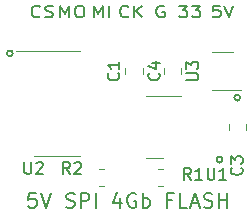
<source format=gto>
G04 #@! TF.GenerationSoftware,KiCad,Pcbnew,(5.1.9-0-10_14)*
G04 #@! TF.CreationDate,2023-06-12T04:28:03-04:00*
G04 #@! TF.ProjectId,LiBCM-Daughterboard,4c694243-4d2d-4446-9175-676874657262,A*
G04 #@! TF.SameCoordinates,Original*
G04 #@! TF.FileFunction,Legend,Top*
G04 #@! TF.FilePolarity,Positive*
%FSLAX46Y46*%
G04 Gerber Fmt 4.6, Leading zero omitted, Abs format (unit mm)*
G04 Created by KiCad (PCBNEW (5.1.9-0-10_14)) date 2023-06-12 04:28:03*
%MOMM*%
%LPD*%
G01*
G04 APERTURE LIST*
%ADD10C,0.200000*%
%ADD11C,0.150000*%
%ADD12C,0.120000*%
%ADD13R,1.700000X1.700000*%
%ADD14O,1.700000X1.700000*%
%ADD15R,1.060000X0.650000*%
G04 APERTURE END LIST*
D10*
X36952380Y-175065476D02*
X36357142Y-175065476D01*
X36297619Y-175660714D01*
X36357142Y-175601190D01*
X36476190Y-175541666D01*
X36773809Y-175541666D01*
X36892857Y-175601190D01*
X36952380Y-175660714D01*
X37011904Y-175779761D01*
X37011904Y-176077380D01*
X36952380Y-176196428D01*
X36892857Y-176255952D01*
X36773809Y-176315476D01*
X36476190Y-176315476D01*
X36357142Y-176255952D01*
X36297619Y-176196428D01*
X37369047Y-175065476D02*
X37785714Y-176315476D01*
X38202380Y-175065476D01*
X39511904Y-176255952D02*
X39690476Y-176315476D01*
X39988095Y-176315476D01*
X40107142Y-176255952D01*
X40166666Y-176196428D01*
X40226190Y-176077380D01*
X40226190Y-175958333D01*
X40166666Y-175839285D01*
X40107142Y-175779761D01*
X39988095Y-175720238D01*
X39750000Y-175660714D01*
X39630952Y-175601190D01*
X39571428Y-175541666D01*
X39511904Y-175422619D01*
X39511904Y-175303571D01*
X39571428Y-175184523D01*
X39630952Y-175125000D01*
X39750000Y-175065476D01*
X40047619Y-175065476D01*
X40226190Y-175125000D01*
X40761904Y-176315476D02*
X40761904Y-175065476D01*
X41238095Y-175065476D01*
X41357142Y-175125000D01*
X41416666Y-175184523D01*
X41476190Y-175303571D01*
X41476190Y-175482142D01*
X41416666Y-175601190D01*
X41357142Y-175660714D01*
X41238095Y-175720238D01*
X40761904Y-175720238D01*
X42011904Y-176315476D02*
X42011904Y-175065476D01*
X44095238Y-175482142D02*
X44095238Y-176315476D01*
X43797619Y-175005952D02*
X43500000Y-175898809D01*
X44273809Y-175898809D01*
X45404761Y-175125000D02*
X45285714Y-175065476D01*
X45107142Y-175065476D01*
X44928571Y-175125000D01*
X44809523Y-175244047D01*
X44750000Y-175363095D01*
X44690476Y-175601190D01*
X44690476Y-175779761D01*
X44750000Y-176017857D01*
X44809523Y-176136904D01*
X44928571Y-176255952D01*
X45107142Y-176315476D01*
X45226190Y-176315476D01*
X45404761Y-176255952D01*
X45464285Y-176196428D01*
X45464285Y-175779761D01*
X45226190Y-175779761D01*
X46000000Y-176315476D02*
X46000000Y-175065476D01*
X46000000Y-175541666D02*
X46119047Y-175482142D01*
X46357142Y-175482142D01*
X46476190Y-175541666D01*
X46535714Y-175601190D01*
X46595238Y-175720238D01*
X46595238Y-176077380D01*
X46535714Y-176196428D01*
X46476190Y-176255952D01*
X46357142Y-176315476D01*
X46119047Y-176315476D01*
X46000000Y-176255952D01*
X48499999Y-175660714D02*
X48083333Y-175660714D01*
X48083333Y-176315476D02*
X48083333Y-175065476D01*
X48678571Y-175065476D01*
X49749999Y-176315476D02*
X49154761Y-176315476D01*
X49154761Y-175065476D01*
X50107142Y-175958333D02*
X50702380Y-175958333D01*
X49988095Y-176315476D02*
X50404761Y-175065476D01*
X50821428Y-176315476D01*
X51178571Y-176255952D02*
X51357142Y-176315476D01*
X51654761Y-176315476D01*
X51773809Y-176255952D01*
X51833333Y-176196428D01*
X51892857Y-176077380D01*
X51892857Y-175958333D01*
X51833333Y-175839285D01*
X51773809Y-175779761D01*
X51654761Y-175720238D01*
X51416666Y-175660714D01*
X51297619Y-175601190D01*
X51238095Y-175541666D01*
X51178571Y-175422619D01*
X51178571Y-175303571D01*
X51238095Y-175184523D01*
X51297619Y-175125000D01*
X51416666Y-175065476D01*
X51714285Y-175065476D01*
X51892857Y-175125000D01*
X52428571Y-176315476D02*
X52428571Y-175065476D01*
X52428571Y-175660714D02*
X53142857Y-175660714D01*
X53142857Y-176315476D02*
X53142857Y-175065476D01*
D11*
X52530952Y-159202380D02*
X51983333Y-159202380D01*
X51928571Y-159678571D01*
X51983333Y-159630952D01*
X52092857Y-159583333D01*
X52366666Y-159583333D01*
X52476190Y-159630952D01*
X52530952Y-159678571D01*
X52585714Y-159773809D01*
X52585714Y-160011904D01*
X52530952Y-160107142D01*
X52476190Y-160154761D01*
X52366666Y-160202380D01*
X52092857Y-160202380D01*
X51983333Y-160154761D01*
X51928571Y-160107142D01*
X52914285Y-159202380D02*
X53297619Y-160202380D01*
X53680952Y-159202380D01*
X49069047Y-159202380D02*
X49780952Y-159202380D01*
X49397619Y-159583333D01*
X49561904Y-159583333D01*
X49671428Y-159630952D01*
X49726190Y-159678571D01*
X49780952Y-159773809D01*
X49780952Y-160011904D01*
X49726190Y-160107142D01*
X49671428Y-160154761D01*
X49561904Y-160202380D01*
X49233333Y-160202380D01*
X49123809Y-160154761D01*
X49069047Y-160107142D01*
X50164285Y-159202380D02*
X50876190Y-159202380D01*
X50492857Y-159583333D01*
X50657142Y-159583333D01*
X50766666Y-159630952D01*
X50821428Y-159678571D01*
X50876190Y-159773809D01*
X50876190Y-160011904D01*
X50821428Y-160107142D01*
X50766666Y-160154761D01*
X50657142Y-160202380D01*
X50328571Y-160202380D01*
X50219047Y-160154761D01*
X50164285Y-160107142D01*
X47801190Y-159250000D02*
X47691666Y-159202380D01*
X47527380Y-159202380D01*
X47363095Y-159250000D01*
X47253571Y-159345238D01*
X47198809Y-159440476D01*
X47144047Y-159630952D01*
X47144047Y-159773809D01*
X47198809Y-159964285D01*
X47253571Y-160059523D01*
X47363095Y-160154761D01*
X47527380Y-160202380D01*
X47636904Y-160202380D01*
X47801190Y-160154761D01*
X47855952Y-160107142D01*
X47855952Y-159773809D01*
X47636904Y-159773809D01*
X44780952Y-160107142D02*
X44726190Y-160154761D01*
X44561904Y-160202380D01*
X44452380Y-160202380D01*
X44288095Y-160154761D01*
X44178571Y-160059523D01*
X44123809Y-159964285D01*
X44069047Y-159773809D01*
X44069047Y-159630952D01*
X44123809Y-159440476D01*
X44178571Y-159345238D01*
X44288095Y-159250000D01*
X44452380Y-159202380D01*
X44561904Y-159202380D01*
X44726190Y-159250000D01*
X44780952Y-159297619D01*
X45273809Y-160202380D02*
X45273809Y-159202380D01*
X45930952Y-160202380D02*
X45438095Y-159630952D01*
X45930952Y-159202380D02*
X45273809Y-159773809D01*
X41842857Y-160202380D02*
X41842857Y-159202380D01*
X42226190Y-159916666D01*
X42609523Y-159202380D01*
X42609523Y-160202380D01*
X43157142Y-160202380D02*
X43157142Y-159202380D01*
X39014285Y-160202380D02*
X39014285Y-159202380D01*
X39397619Y-159916666D01*
X39780952Y-159202380D01*
X39780952Y-160202380D01*
X40547619Y-159202380D02*
X40766666Y-159202380D01*
X40876190Y-159250000D01*
X40985714Y-159345238D01*
X41040476Y-159535714D01*
X41040476Y-159869047D01*
X40985714Y-160059523D01*
X40876190Y-160154761D01*
X40766666Y-160202380D01*
X40547619Y-160202380D01*
X40438095Y-160154761D01*
X40328571Y-160059523D01*
X40273809Y-159869047D01*
X40273809Y-159535714D01*
X40328571Y-159345238D01*
X40438095Y-159250000D01*
X40547619Y-159202380D01*
X37308333Y-160107142D02*
X37253571Y-160154761D01*
X37089285Y-160202380D01*
X36979761Y-160202380D01*
X36815476Y-160154761D01*
X36705952Y-160059523D01*
X36651190Y-159964285D01*
X36596428Y-159773809D01*
X36596428Y-159630952D01*
X36651190Y-159440476D01*
X36705952Y-159345238D01*
X36815476Y-159250000D01*
X36979761Y-159202380D01*
X37089285Y-159202380D01*
X37253571Y-159250000D01*
X37308333Y-159297619D01*
X37746428Y-160154761D02*
X37910714Y-160202380D01*
X38184523Y-160202380D01*
X38294047Y-160154761D01*
X38348809Y-160107142D01*
X38403571Y-160011904D01*
X38403571Y-159916666D01*
X38348809Y-159821428D01*
X38294047Y-159773809D01*
X38184523Y-159726190D01*
X37965476Y-159678571D01*
X37855952Y-159630952D01*
X37801190Y-159583333D01*
X37746428Y-159488095D01*
X37746428Y-159392857D01*
X37801190Y-159297619D01*
X37855952Y-159250000D01*
X37965476Y-159202380D01*
X38239285Y-159202380D01*
X38403571Y-159250000D01*
X54250000Y-167000000D02*
G75*
G03*
X54250000Y-167000000I-250000J0D01*
G01*
X35000000Y-163250000D02*
G75*
G03*
X35000000Y-163250000I-250000J0D01*
G01*
X52750000Y-172250000D02*
G75*
G03*
X52750000Y-172250000I-250000J0D01*
G01*
D12*
G04 #@! TO.C,C1*
X45985000Y-165011252D02*
X45985000Y-164488748D01*
X44515000Y-165011252D02*
X44515000Y-164488748D01*
G04 #@! TO.C,C3*
X54735000Y-169238748D02*
X54735000Y-169761252D01*
X53265000Y-169238748D02*
X53265000Y-169761252D01*
G04 #@! TO.C,C4*
X49235000Y-165011252D02*
X49235000Y-164488748D01*
X47765000Y-165011252D02*
X47765000Y-164488748D01*
G04 #@! TO.C,R1*
X47272936Y-174485000D02*
X47727064Y-174485000D01*
X47272936Y-173015000D02*
X47727064Y-173015000D01*
G04 #@! TO.C,R2*
X42727064Y-174485000D02*
X42272936Y-174485000D01*
X42727064Y-173015000D02*
X42272936Y-173015000D01*
G04 #@! TO.C,U1*
X49250000Y-166890000D02*
X46250000Y-166890000D01*
X47750000Y-172110000D02*
X46250000Y-172110000D01*
G04 #@! TO.C,U2*
X38750000Y-163065000D02*
X35300000Y-163065000D01*
X38750000Y-163065000D02*
X40700000Y-163065000D01*
X38750000Y-171935000D02*
X36800000Y-171935000D01*
X38750000Y-171935000D02*
X40700000Y-171935000D01*
G04 #@! TO.C,U3*
X51850000Y-166360000D02*
X54300000Y-166360000D01*
X53650000Y-163140000D02*
X51850000Y-163140000D01*
G04 #@! TO.C,C1*
D11*
X43927142Y-164916666D02*
X43974761Y-164964285D01*
X44022380Y-165107142D01*
X44022380Y-165202380D01*
X43974761Y-165345238D01*
X43879523Y-165440476D01*
X43784285Y-165488095D01*
X43593809Y-165535714D01*
X43450952Y-165535714D01*
X43260476Y-165488095D01*
X43165238Y-165440476D01*
X43070000Y-165345238D01*
X43022380Y-165202380D01*
X43022380Y-165107142D01*
X43070000Y-164964285D01*
X43117619Y-164916666D01*
X44022380Y-163964285D02*
X44022380Y-164535714D01*
X44022380Y-164250000D02*
X43022380Y-164250000D01*
X43165238Y-164345238D01*
X43260476Y-164440476D01*
X43308095Y-164535714D01*
G04 #@! TO.C,C3*
X54357142Y-172916666D02*
X54404761Y-172964285D01*
X54452380Y-173107142D01*
X54452380Y-173202380D01*
X54404761Y-173345238D01*
X54309523Y-173440476D01*
X54214285Y-173488095D01*
X54023809Y-173535714D01*
X53880952Y-173535714D01*
X53690476Y-173488095D01*
X53595238Y-173440476D01*
X53500000Y-173345238D01*
X53452380Y-173202380D01*
X53452380Y-173107142D01*
X53500000Y-172964285D01*
X53547619Y-172916666D01*
X53452380Y-172583333D02*
X53452380Y-171964285D01*
X53833333Y-172297619D01*
X53833333Y-172154761D01*
X53880952Y-172059523D01*
X53928571Y-172011904D01*
X54023809Y-171964285D01*
X54261904Y-171964285D01*
X54357142Y-172011904D01*
X54404761Y-172059523D01*
X54452380Y-172154761D01*
X54452380Y-172440476D01*
X54404761Y-172535714D01*
X54357142Y-172583333D01*
G04 #@! TO.C,C4*
X47357142Y-164916666D02*
X47404761Y-164964285D01*
X47452380Y-165107142D01*
X47452380Y-165202380D01*
X47404761Y-165345238D01*
X47309523Y-165440476D01*
X47214285Y-165488095D01*
X47023809Y-165535714D01*
X46880952Y-165535714D01*
X46690476Y-165488095D01*
X46595238Y-165440476D01*
X46500000Y-165345238D01*
X46452380Y-165202380D01*
X46452380Y-165107142D01*
X46500000Y-164964285D01*
X46547619Y-164916666D01*
X46785714Y-164059523D02*
X47452380Y-164059523D01*
X46404761Y-164297619D02*
X47119047Y-164535714D01*
X47119047Y-163916666D01*
G04 #@! TO.C,R1*
X50083333Y-173952380D02*
X49750000Y-173476190D01*
X49511904Y-173952380D02*
X49511904Y-172952380D01*
X49892857Y-172952380D01*
X49988095Y-173000000D01*
X50035714Y-173047619D01*
X50083333Y-173142857D01*
X50083333Y-173285714D01*
X50035714Y-173380952D01*
X49988095Y-173428571D01*
X49892857Y-173476190D01*
X49511904Y-173476190D01*
X51035714Y-173952380D02*
X50464285Y-173952380D01*
X50750000Y-173952380D02*
X50750000Y-172952380D01*
X50654761Y-173095238D01*
X50559523Y-173190476D01*
X50464285Y-173238095D01*
G04 #@! TO.C,R2*
X39833333Y-173452380D02*
X39500000Y-172976190D01*
X39261904Y-173452380D02*
X39261904Y-172452380D01*
X39642857Y-172452380D01*
X39738095Y-172500000D01*
X39785714Y-172547619D01*
X39833333Y-172642857D01*
X39833333Y-172785714D01*
X39785714Y-172880952D01*
X39738095Y-172928571D01*
X39642857Y-172976190D01*
X39261904Y-172976190D01*
X40214285Y-172547619D02*
X40261904Y-172500000D01*
X40357142Y-172452380D01*
X40595238Y-172452380D01*
X40690476Y-172500000D01*
X40738095Y-172547619D01*
X40785714Y-172642857D01*
X40785714Y-172738095D01*
X40738095Y-172880952D01*
X40166666Y-173452380D01*
X40785714Y-173452380D01*
G04 #@! TO.C,U1*
X51488095Y-172952380D02*
X51488095Y-173761904D01*
X51535714Y-173857142D01*
X51583333Y-173904761D01*
X51678571Y-173952380D01*
X51869047Y-173952380D01*
X51964285Y-173904761D01*
X52011904Y-173857142D01*
X52059523Y-173761904D01*
X52059523Y-172952380D01*
X53059523Y-173952380D02*
X52488095Y-173952380D01*
X52773809Y-173952380D02*
X52773809Y-172952380D01*
X52678571Y-173095238D01*
X52583333Y-173190476D01*
X52488095Y-173238095D01*
G04 #@! TO.C,U2*
X35988095Y-172452380D02*
X35988095Y-173261904D01*
X36035714Y-173357142D01*
X36083333Y-173404761D01*
X36178571Y-173452380D01*
X36369047Y-173452380D01*
X36464285Y-173404761D01*
X36511904Y-173357142D01*
X36559523Y-173261904D01*
X36559523Y-172452380D01*
X36988095Y-172547619D02*
X37035714Y-172500000D01*
X37130952Y-172452380D01*
X37369047Y-172452380D01*
X37464285Y-172500000D01*
X37511904Y-172547619D01*
X37559523Y-172642857D01*
X37559523Y-172738095D01*
X37511904Y-172880952D01*
X36940476Y-173452380D01*
X37559523Y-173452380D01*
G04 #@! TO.C,U3*
X49702380Y-165511904D02*
X50511904Y-165511904D01*
X50607142Y-165464285D01*
X50654761Y-165416666D01*
X50702380Y-165321428D01*
X50702380Y-165130952D01*
X50654761Y-165035714D01*
X50607142Y-164988095D01*
X50511904Y-164940476D01*
X49702380Y-164940476D01*
X49702380Y-164559523D02*
X49702380Y-163940476D01*
X50083333Y-164273809D01*
X50083333Y-164130952D01*
X50130952Y-164035714D01*
X50178571Y-163988095D01*
X50273809Y-163940476D01*
X50511904Y-163940476D01*
X50607142Y-163988095D01*
X50654761Y-164035714D01*
X50702380Y-164130952D01*
X50702380Y-164416666D01*
X50654761Y-164511904D01*
X50607142Y-164559523D01*
G04 #@! TD*
%LPC*%
G04 #@! TO.C,C1*
G36*
G01*
X45725000Y-166200000D02*
X44775000Y-166200000D01*
G75*
G02*
X44525000Y-165950000I0J250000D01*
G01*
X44525000Y-165450000D01*
G75*
G02*
X44775000Y-165200000I250000J0D01*
G01*
X45725000Y-165200000D01*
G75*
G02*
X45975000Y-165450000I0J-250000D01*
G01*
X45975000Y-165950000D01*
G75*
G02*
X45725000Y-166200000I-250000J0D01*
G01*
G37*
G36*
G01*
X45725000Y-164300000D02*
X44775000Y-164300000D01*
G75*
G02*
X44525000Y-164050000I0J250000D01*
G01*
X44525000Y-163550000D01*
G75*
G02*
X44775000Y-163300000I250000J0D01*
G01*
X45725000Y-163300000D01*
G75*
G02*
X45975000Y-163550000I0J-250000D01*
G01*
X45975000Y-164050000D01*
G75*
G02*
X45725000Y-164300000I-250000J0D01*
G01*
G37*
G04 #@! TD*
G04 #@! TO.C,C3*
G36*
G01*
X53525000Y-169950000D02*
X54475000Y-169950000D01*
G75*
G02*
X54725000Y-170200000I0J-250000D01*
G01*
X54725000Y-170700000D01*
G75*
G02*
X54475000Y-170950000I-250000J0D01*
G01*
X53525000Y-170950000D01*
G75*
G02*
X53275000Y-170700000I0J250000D01*
G01*
X53275000Y-170200000D01*
G75*
G02*
X53525000Y-169950000I250000J0D01*
G01*
G37*
G36*
G01*
X53525000Y-168050000D02*
X54475000Y-168050000D01*
G75*
G02*
X54725000Y-168300000I0J-250000D01*
G01*
X54725000Y-168800000D01*
G75*
G02*
X54475000Y-169050000I-250000J0D01*
G01*
X53525000Y-169050000D01*
G75*
G02*
X53275000Y-168800000I0J250000D01*
G01*
X53275000Y-168300000D01*
G75*
G02*
X53525000Y-168050000I250000J0D01*
G01*
G37*
G04 #@! TD*
G04 #@! TO.C,C4*
G36*
G01*
X48975000Y-166200000D02*
X48025000Y-166200000D01*
G75*
G02*
X47775000Y-165950000I0J250000D01*
G01*
X47775000Y-165450000D01*
G75*
G02*
X48025000Y-165200000I250000J0D01*
G01*
X48975000Y-165200000D01*
G75*
G02*
X49225000Y-165450000I0J-250000D01*
G01*
X49225000Y-165950000D01*
G75*
G02*
X48975000Y-166200000I-250000J0D01*
G01*
G37*
G36*
G01*
X48975000Y-164300000D02*
X48025000Y-164300000D01*
G75*
G02*
X47775000Y-164050000I0J250000D01*
G01*
X47775000Y-163550000D01*
G75*
G02*
X48025000Y-163300000I250000J0D01*
G01*
X48975000Y-163300000D01*
G75*
G02*
X49225000Y-163550000I0J-250000D01*
G01*
X49225000Y-164050000D01*
G75*
G02*
X48975000Y-164300000I-250000J0D01*
G01*
G37*
G04 #@! TD*
D13*
G04 #@! TO.C,J1*
X52714999Y-161265001D03*
D14*
X50174999Y-161265001D03*
X47634999Y-161265001D03*
X45094999Y-161265001D03*
X42554999Y-161265001D03*
X40014999Y-161265001D03*
X37474999Y-161265001D03*
G04 #@! TD*
G04 #@! TO.C,R1*
G36*
G01*
X46075000Y-174200001D02*
X46075000Y-173299999D01*
G75*
G02*
X46324999Y-173050000I249999J0D01*
G01*
X46850001Y-173050000D01*
G75*
G02*
X47100000Y-173299999I0J-249999D01*
G01*
X47100000Y-174200001D01*
G75*
G02*
X46850001Y-174450000I-249999J0D01*
G01*
X46324999Y-174450000D01*
G75*
G02*
X46075000Y-174200001I0J249999D01*
G01*
G37*
G36*
G01*
X47900000Y-174200001D02*
X47900000Y-173299999D01*
G75*
G02*
X48149999Y-173050000I249999J0D01*
G01*
X48675001Y-173050000D01*
G75*
G02*
X48925000Y-173299999I0J-249999D01*
G01*
X48925000Y-174200001D01*
G75*
G02*
X48675001Y-174450000I-249999J0D01*
G01*
X48149999Y-174450000D01*
G75*
G02*
X47900000Y-174200001I0J249999D01*
G01*
G37*
G04 #@! TD*
G04 #@! TO.C,R2*
G36*
G01*
X42100000Y-173299999D02*
X42100000Y-174200001D01*
G75*
G02*
X41850001Y-174450000I-249999J0D01*
G01*
X41324999Y-174450000D01*
G75*
G02*
X41075000Y-174200001I0J249999D01*
G01*
X41075000Y-173299999D01*
G75*
G02*
X41324999Y-173050000I249999J0D01*
G01*
X41850001Y-173050000D01*
G75*
G02*
X42100000Y-173299999I0J-249999D01*
G01*
G37*
G36*
G01*
X43925000Y-173299999D02*
X43925000Y-174200001D01*
G75*
G02*
X43675001Y-174450000I-249999J0D01*
G01*
X43149999Y-174450000D01*
G75*
G02*
X42900000Y-174200001I0J249999D01*
G01*
X42900000Y-173299999D01*
G75*
G02*
X43149999Y-173050000I249999J0D01*
G01*
X43675001Y-173050000D01*
G75*
G02*
X43925000Y-173299999I0J-249999D01*
G01*
G37*
G04 #@! TD*
G04 #@! TO.C,U1*
G36*
G01*
X52100000Y-171250000D02*
X52100000Y-171500000D01*
G75*
G02*
X51975000Y-171625000I-125000J0D01*
G01*
X51025000Y-171625000D01*
G75*
G02*
X50900000Y-171500000I0J125000D01*
G01*
X50900000Y-171250000D01*
G75*
G02*
X51025000Y-171125000I125000J0D01*
G01*
X51975000Y-171125000D01*
G75*
G02*
X52100000Y-171250000I0J-125000D01*
G01*
G37*
G36*
G01*
X52100000Y-170000000D02*
X52100000Y-170250000D01*
G75*
G02*
X51975000Y-170375000I-125000J0D01*
G01*
X51025000Y-170375000D01*
G75*
G02*
X50900000Y-170250000I0J125000D01*
G01*
X50900000Y-170000000D01*
G75*
G02*
X51025000Y-169875000I125000J0D01*
G01*
X51975000Y-169875000D01*
G75*
G02*
X52100000Y-170000000I0J-125000D01*
G01*
G37*
G36*
G01*
X52100000Y-168750000D02*
X52100000Y-169000000D01*
G75*
G02*
X51975000Y-169125000I-125000J0D01*
G01*
X51025000Y-169125000D01*
G75*
G02*
X50900000Y-169000000I0J125000D01*
G01*
X50900000Y-168750000D01*
G75*
G02*
X51025000Y-168625000I125000J0D01*
G01*
X51975000Y-168625000D01*
G75*
G02*
X52100000Y-168750000I0J-125000D01*
G01*
G37*
G36*
G01*
X52100000Y-167500000D02*
X52100000Y-167750000D01*
G75*
G02*
X51975000Y-167875000I-125000J0D01*
G01*
X51025000Y-167875000D01*
G75*
G02*
X50900000Y-167750000I0J125000D01*
G01*
X50900000Y-167500000D01*
G75*
G02*
X51025000Y-167375000I125000J0D01*
G01*
X51975000Y-167375000D01*
G75*
G02*
X52100000Y-167500000I0J-125000D01*
G01*
G37*
G36*
G01*
X44600000Y-167500000D02*
X44600000Y-167750000D01*
G75*
G02*
X44475000Y-167875000I-125000J0D01*
G01*
X43525000Y-167875000D01*
G75*
G02*
X43400000Y-167750000I0J125000D01*
G01*
X43400000Y-167500000D01*
G75*
G02*
X43525000Y-167375000I125000J0D01*
G01*
X44475000Y-167375000D01*
G75*
G02*
X44600000Y-167500000I0J-125000D01*
G01*
G37*
G36*
G01*
X44600000Y-168750000D02*
X44600000Y-169000000D01*
G75*
G02*
X44475000Y-169125000I-125000J0D01*
G01*
X43525000Y-169125000D01*
G75*
G02*
X43400000Y-169000000I0J125000D01*
G01*
X43400000Y-168750000D01*
G75*
G02*
X43525000Y-168625000I125000J0D01*
G01*
X44475000Y-168625000D01*
G75*
G02*
X44600000Y-168750000I0J-125000D01*
G01*
G37*
G36*
G01*
X44600000Y-170000000D02*
X44600000Y-170250000D01*
G75*
G02*
X44475000Y-170375000I-125000J0D01*
G01*
X43525000Y-170375000D01*
G75*
G02*
X43400000Y-170250000I0J125000D01*
G01*
X43400000Y-170000000D01*
G75*
G02*
X43525000Y-169875000I125000J0D01*
G01*
X44475000Y-169875000D01*
G75*
G02*
X44600000Y-170000000I0J-125000D01*
G01*
G37*
G36*
G01*
X44600000Y-171250000D02*
X44600000Y-171500000D01*
G75*
G02*
X44475000Y-171625000I-125000J0D01*
G01*
X43525000Y-171625000D01*
G75*
G02*
X43400000Y-171500000I0J125000D01*
G01*
X43400000Y-171250000D01*
G75*
G02*
X43525000Y-171125000I125000J0D01*
G01*
X44475000Y-171125000D01*
G75*
G02*
X44600000Y-171250000I0J-125000D01*
G01*
G37*
G04 #@! TD*
G04 #@! TO.C,U2*
G36*
G01*
X35300000Y-163840000D02*
X35300000Y-163540000D01*
G75*
G02*
X35450000Y-163390000I150000J0D01*
G01*
X37100000Y-163390000D01*
G75*
G02*
X37250000Y-163540000I0J-150000D01*
G01*
X37250000Y-163840000D01*
G75*
G02*
X37100000Y-163990000I-150000J0D01*
G01*
X35450000Y-163990000D01*
G75*
G02*
X35300000Y-163840000I0J150000D01*
G01*
G37*
G36*
G01*
X35300000Y-165110000D02*
X35300000Y-164810000D01*
G75*
G02*
X35450000Y-164660000I150000J0D01*
G01*
X37100000Y-164660000D01*
G75*
G02*
X37250000Y-164810000I0J-150000D01*
G01*
X37250000Y-165110000D01*
G75*
G02*
X37100000Y-165260000I-150000J0D01*
G01*
X35450000Y-165260000D01*
G75*
G02*
X35300000Y-165110000I0J150000D01*
G01*
G37*
G36*
G01*
X35300000Y-166380000D02*
X35300000Y-166080000D01*
G75*
G02*
X35450000Y-165930000I150000J0D01*
G01*
X37100000Y-165930000D01*
G75*
G02*
X37250000Y-166080000I0J-150000D01*
G01*
X37250000Y-166380000D01*
G75*
G02*
X37100000Y-166530000I-150000J0D01*
G01*
X35450000Y-166530000D01*
G75*
G02*
X35300000Y-166380000I0J150000D01*
G01*
G37*
G36*
G01*
X35300000Y-167650000D02*
X35300000Y-167350000D01*
G75*
G02*
X35450000Y-167200000I150000J0D01*
G01*
X37100000Y-167200000D01*
G75*
G02*
X37250000Y-167350000I0J-150000D01*
G01*
X37250000Y-167650000D01*
G75*
G02*
X37100000Y-167800000I-150000J0D01*
G01*
X35450000Y-167800000D01*
G75*
G02*
X35300000Y-167650000I0J150000D01*
G01*
G37*
G36*
G01*
X35300000Y-168920000D02*
X35300000Y-168620000D01*
G75*
G02*
X35450000Y-168470000I150000J0D01*
G01*
X37100000Y-168470000D01*
G75*
G02*
X37250000Y-168620000I0J-150000D01*
G01*
X37250000Y-168920000D01*
G75*
G02*
X37100000Y-169070000I-150000J0D01*
G01*
X35450000Y-169070000D01*
G75*
G02*
X35300000Y-168920000I0J150000D01*
G01*
G37*
G36*
G01*
X35300000Y-170190000D02*
X35300000Y-169890000D01*
G75*
G02*
X35450000Y-169740000I150000J0D01*
G01*
X37100000Y-169740000D01*
G75*
G02*
X37250000Y-169890000I0J-150000D01*
G01*
X37250000Y-170190000D01*
G75*
G02*
X37100000Y-170340000I-150000J0D01*
G01*
X35450000Y-170340000D01*
G75*
G02*
X35300000Y-170190000I0J150000D01*
G01*
G37*
G36*
G01*
X35300000Y-171460000D02*
X35300000Y-171160000D01*
G75*
G02*
X35450000Y-171010000I150000J0D01*
G01*
X37100000Y-171010000D01*
G75*
G02*
X37250000Y-171160000I0J-150000D01*
G01*
X37250000Y-171460000D01*
G75*
G02*
X37100000Y-171610000I-150000J0D01*
G01*
X35450000Y-171610000D01*
G75*
G02*
X35300000Y-171460000I0J150000D01*
G01*
G37*
G36*
G01*
X40250000Y-171460000D02*
X40250000Y-171160000D01*
G75*
G02*
X40400000Y-171010000I150000J0D01*
G01*
X42050000Y-171010000D01*
G75*
G02*
X42200000Y-171160000I0J-150000D01*
G01*
X42200000Y-171460000D01*
G75*
G02*
X42050000Y-171610000I-150000J0D01*
G01*
X40400000Y-171610000D01*
G75*
G02*
X40250000Y-171460000I0J150000D01*
G01*
G37*
G36*
G01*
X40250000Y-170190000D02*
X40250000Y-169890000D01*
G75*
G02*
X40400000Y-169740000I150000J0D01*
G01*
X42050000Y-169740000D01*
G75*
G02*
X42200000Y-169890000I0J-150000D01*
G01*
X42200000Y-170190000D01*
G75*
G02*
X42050000Y-170340000I-150000J0D01*
G01*
X40400000Y-170340000D01*
G75*
G02*
X40250000Y-170190000I0J150000D01*
G01*
G37*
G36*
G01*
X40250000Y-168920000D02*
X40250000Y-168620000D01*
G75*
G02*
X40400000Y-168470000I150000J0D01*
G01*
X42050000Y-168470000D01*
G75*
G02*
X42200000Y-168620000I0J-150000D01*
G01*
X42200000Y-168920000D01*
G75*
G02*
X42050000Y-169070000I-150000J0D01*
G01*
X40400000Y-169070000D01*
G75*
G02*
X40250000Y-168920000I0J150000D01*
G01*
G37*
G36*
G01*
X40250000Y-167650000D02*
X40250000Y-167350000D01*
G75*
G02*
X40400000Y-167200000I150000J0D01*
G01*
X42050000Y-167200000D01*
G75*
G02*
X42200000Y-167350000I0J-150000D01*
G01*
X42200000Y-167650000D01*
G75*
G02*
X42050000Y-167800000I-150000J0D01*
G01*
X40400000Y-167800000D01*
G75*
G02*
X40250000Y-167650000I0J150000D01*
G01*
G37*
G36*
G01*
X40250000Y-166380000D02*
X40250000Y-166080000D01*
G75*
G02*
X40400000Y-165930000I150000J0D01*
G01*
X42050000Y-165930000D01*
G75*
G02*
X42200000Y-166080000I0J-150000D01*
G01*
X42200000Y-166380000D01*
G75*
G02*
X42050000Y-166530000I-150000J0D01*
G01*
X40400000Y-166530000D01*
G75*
G02*
X40250000Y-166380000I0J150000D01*
G01*
G37*
G36*
G01*
X40250000Y-165110000D02*
X40250000Y-164810000D01*
G75*
G02*
X40400000Y-164660000I150000J0D01*
G01*
X42050000Y-164660000D01*
G75*
G02*
X42200000Y-164810000I0J-150000D01*
G01*
X42200000Y-165110000D01*
G75*
G02*
X42050000Y-165260000I-150000J0D01*
G01*
X40400000Y-165260000D01*
G75*
G02*
X40250000Y-165110000I0J150000D01*
G01*
G37*
G36*
G01*
X40250000Y-163840000D02*
X40250000Y-163540000D01*
G75*
G02*
X40400000Y-163390000I150000J0D01*
G01*
X42050000Y-163390000D01*
G75*
G02*
X42200000Y-163540000I0J-150000D01*
G01*
X42200000Y-163840000D01*
G75*
G02*
X42050000Y-163990000I-150000J0D01*
G01*
X40400000Y-163990000D01*
G75*
G02*
X40250000Y-163840000I0J150000D01*
G01*
G37*
G04 #@! TD*
D15*
G04 #@! TO.C,U3*
X53850000Y-165700000D03*
X53850000Y-164750000D03*
X53850000Y-163800000D03*
X51650000Y-163800000D03*
X51650000Y-165700000D03*
G04 #@! TD*
M02*

</source>
